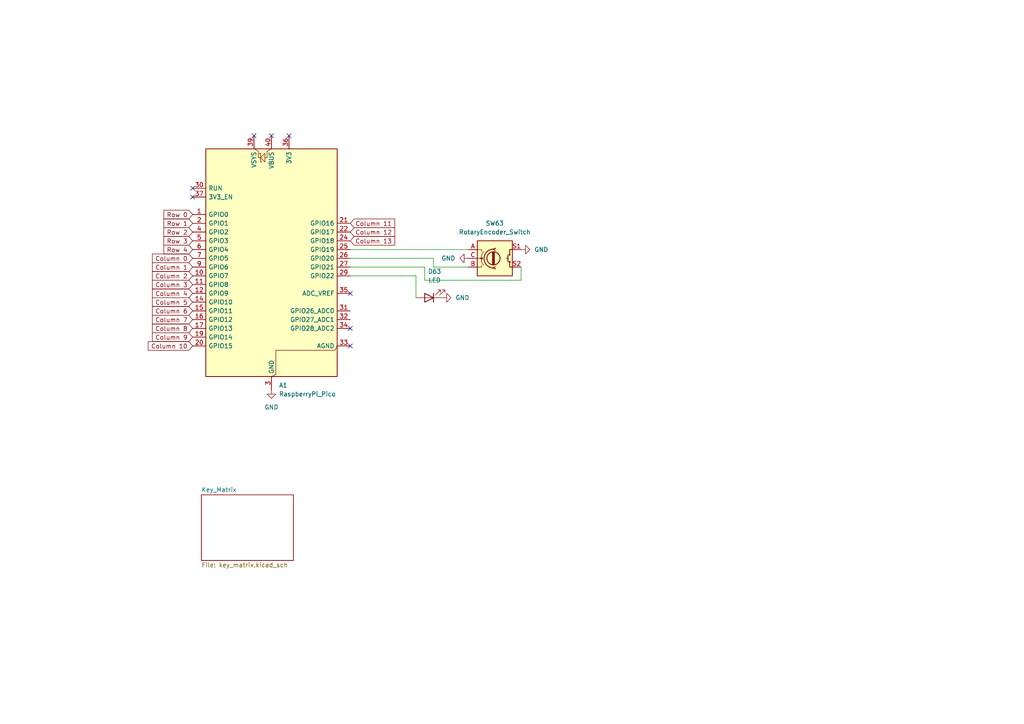
<source format=kicad_sch>
(kicad_sch (version 20250114) (generator "eeschema") (generator_version "9.0")
  (paper "A4")
  (lib_symbols
    (symbol "Device:LED" (pin_numbers (hide yes)) (pin_names (offset 1.016) (hide yes))
      (property "Reference" "D" (at 0 2.54 0))
      (property "Value" "LED" (at 0 -2.54 0))
      (symbol "LED_0_1"
        (polyline (pts (xy -3.048 -0.762) (xy -4.572 -2.286) (xy -3.81 -2.286) (xy -4.572 -2.286) (xy -4.572 -1.524)))
        (polyline (pts (xy -1.778 -0.762) (xy -3.302 -2.286) (xy -2.54 -2.286) (xy -3.302 -2.286) (xy -3.302 -1.524)))
        (polyline (pts (xy -1.27 0) (xy 1.27 0)))
        (polyline (pts (xy -1.27 -1.27) (xy -1.27 1.27)) (stroke (width 0.254)))
        (polyline (pts (xy 1.27 -1.27) (xy 1.27 1.27) (xy -1.27 0) (xy 1.27 -1.27)) (stroke (width 0.254)))
      )
      (symbol "LED_1_1"
        (pin passive line (at -3.81 0 0) (length 2.54) (name "K") (number "1"))
        (pin passive line (at 3.81 0 180) (length 2.54) (name "A") (number "2"))
      )
    )
    (symbol "Device:RotaryEncoder_Switch" (pin_names (offset 0.254) (hide yes))
      (property "Reference" "SW" (at 0 6.604 0))
      (property "Value" "RotaryEncoder_Switch" (at 0 -6.604 0))
      (symbol "RotaryEncoder_Switch_0_1"
        (rectangle (start -5.08 5.08) (end 5.08 -5.08) (stroke (width 0.254)) (fill (type background)))
        (polyline (pts (xy -5.08 2.54) (xy -3.81 2.54) (xy -3.81 2.032)))
        (polyline (pts (xy -5.08 0) (xy -3.81 0) (xy -3.81 -1.016) (xy -3.302 -2.032)))
        (polyline (pts (xy -5.08 -2.54) (xy -3.81 -2.54) (xy -3.81 -2.032)))
        (polyline (pts (xy -4.318 0) (xy -3.81 0) (xy -3.81 1.016) (xy -3.302 2.032)))
        (circle (center -3.81 0) (radius 0.254) (fill (type outline)))
        (polyline (pts (xy -0.635 -1.778) (xy -0.635 1.778)) (stroke (width 0.254)))
        (circle (center -0.381 0) (radius 1.905) (stroke (width 0.254)))
        (polyline (pts (xy -0.381 -1.778) (xy -0.381 1.778)) (stroke (width 0.254)))
        (arc (start -0.381 -2.794) (mid -3.0988 -0.0635) (end -0.381 2.667) (stroke (width 0.254)))
        (polyline (pts (xy -0.127 1.778) (xy -0.127 -1.778)) (stroke (width 0.254)))
        (polyline (pts (xy 0.254 2.921) (xy -0.508 2.667) (xy 0.127 2.286)) (stroke (width 0.254)))
        (polyline (pts (xy 0.254 -3.048) (xy -0.508 -2.794) (xy 0.127 -2.413)) (stroke (width 0.254)))
        (polyline (pts (xy 3.81 1.016) (xy 3.81 -1.016)) (stroke (width 0.254)))
        (polyline (pts (xy 3.81 0) (xy 3.429 0)) (stroke (width 0.254)))
        (circle (center 4.318 1.016) (radius 0.127) (stroke (width 0.254)))
        (circle (center 4.318 -1.016) (radius 0.127) (stroke (width 0.254)))
        (polyline (pts (xy 5.08 2.54) (xy 4.318 2.54) (xy 4.318 1.016)) (stroke (width 0.254)))
        (polyline (pts (xy 5.08 -2.54) (xy 4.318 -2.54) (xy 4.318 -1.016)) (stroke (width 0.254)))
      )
      (symbol "RotaryEncoder_Switch_1_1"
        (pin passive line (at -7.62 2.54 0) (length 2.54) (name "A") (number "A"))
        (pin passive line (at -7.62 0 0) (length 2.54) (name "C") (number "C"))
        (pin passive line (at -7.62 -2.54 0) (length 2.54) (name "B") (number "B"))
        (pin passive line (at 7.62 2.54 180) (length 2.54) (name "S1") (number "S1"))
        (pin passive line (at 7.62 -2.54 180) (length 2.54) (name "S2") (number "S2"))
      )
    )
    (symbol "MCU_Module:RaspberryPi_Pico" (pin_names (offset 0.762))
      (property "Reference" "A" (at -19.05 35.56 0))
      (property "Value" "RaspberryPi_Pico" (at 7.62 35.56 0))
      (symbol "RaspberryPi_Pico_0_1"
        (rectangle (start -19.05 34.29) (end 19.05 -31.75) (stroke (width 0.254)) (fill (type background)))
        (polyline (pts (xy -5.08 34.29) (xy -3.81 33.655) (xy -3.81 31.75) (xy -3.175 31.75)))
        (polyline (pts (xy -3.429 32.766) (xy -3.429 33.02) (xy -3.175 33.02) (xy -3.175 30.48) (xy -2.921 30.48) (xy -2.921 30.734)))
        (polyline (pts (xy -3.175 31.75) (xy -1.905 33.02) (xy -1.905 30.48) (xy -3.175 31.75)))
        (polyline (pts (xy 0 34.29) (xy -1.27 33.655) (xy -1.27 31.75) (xy -1.905 31.75)))
        (polyline (pts (xy 0 -31.75) (xy 1.27 -31.115) (xy 1.27 -24.13) (xy 18.415 -24.13) (xy 19.05 -22.86)))
      )
      (symbol "RaspberryPi_Pico_1_1"
        (pin passive line (at -22.86 22.86 0) (length 3.81) (name "RUN") (number "30"))
        (pin passive line (at -22.86 20.32 0) (length 3.81) (name "3V3_EN") (number "37"))
        (pin bidirectional line (at -22.86 15.24 0) (length 3.81) (name "GPIO0") (number "1"))
        (pin bidirectional line (at -22.86 12.7 0) (length 3.81) (name "GPIO1") (number "2"))
        (pin bidirectional line (at -22.86 10.16 0) (length 3.81) (name "GPIO2") (number "4"))
        (pin bidirectional line (at -22.86 7.62 0) (length 3.81) (name "GPIO3") (number "5"))
        (pin bidirectional line (at -22.86 5.08 0) (length 3.81) (name "GPIO4") (number "6"))
        (pin bidirectional line (at -22.86 2.54 0) (length 3.81) (name "GPIO5") (number "7"))
        (pin bidirectional line (at -22.86 0 0) (length 3.81) (name "GPIO6") (number "9"))
        (pin bidirectional line (at -22.86 -2.54 0) (length 3.81) (name "GPIO7") (number "10"))
        (pin bidirectional line (at -22.86 -5.08 0) (length 3.81) (name "GPIO8") (number "11"))
        (pin bidirectional line (at -22.86 -7.62 0) (length 3.81) (name "GPIO9") (number "12"))
        (pin bidirectional line (at -22.86 -10.16 0) (length 3.81) (name "GPIO10") (number "14"))
        (pin bidirectional line (at -22.86 -12.7 0) (length 3.81) (name "GPIO11") (number "15"))
        (pin bidirectional line (at -22.86 -15.24 0) (length 3.81) (name "GPIO12") (number "16"))
        (pin bidirectional line (at -22.86 -17.78 0) (length 3.81) (name "GPIO13") (number "17"))
        (pin bidirectional line (at -22.86 -20.32 0) (length 3.81) (name "GPIO14") (number "19"))
        (pin bidirectional line (at -22.86 -22.86 0) (length 3.81) (name "GPIO15") (number "20"))
        (pin power_in line (at -5.08 38.1 270) (length 3.81) (name "VSYS") (number "39"))
        (pin power_out line (at 0 38.1 270) (length 3.81) (name "VBUS") (number "40"))
        (pin passive line (at 0 -35.56 90) (length 3.81) (hide yes) (name "GND") (number "13"))
        (pin passive line (at 0 -35.56 90) (length 3.81) (hide yes) (name "GND") (number "18"))
        (pin passive line (at 0 -35.56 90) (length 3.81) (hide yes) (name "GND") (number "23"))
        (pin passive line (at 0 -35.56 90) (length 3.81) (hide yes) (name "GND") (number "28"))
        (pin power_out line (at 0 -35.56 90) (length 3.81) (name "GND") (number "3"))
        (pin passive line (at 0 -35.56 90) (length 3.81) (hide yes) (name "GND") (number "38"))
        (pin passive line (at 0 -35.56 90) (length 3.81) (hide yes) (name "GND") (number "8"))
        (pin power_out line (at 5.08 38.1 270) (length 3.81) (name "3V3") (number "36"))
        (pin bidirectional line (at 22.86 12.7 180) (length 3.81) (name "GPIO16") (number "21"))
        (pin bidirectional line (at 22.86 10.16 180) (length 3.81) (name "GPIO17") (number "22"))
        (pin bidirectional line (at 22.86 7.62 180) (length 3.81) (name "GPIO18") (number "24"))
        (pin bidirectional line (at 22.86 5.08 180) (length 3.81) (name "GPIO19") (number "25"))
        (pin bidirectional line (at 22.86 2.54 180) (length 3.81) (name "GPIO20") (number "26"))
        (pin bidirectional line (at 22.86 0 180) (length 3.81) (name "GPIO21") (number "27"))
        (pin bidirectional line (at 22.86 -2.54 180) (length 3.81) (name "GPIO22") (number "29"))
        (pin power_in line (at 22.86 -7.62 180) (length 3.81) (name "ADC_VREF") (number "35"))
        (pin bidirectional line (at 22.86 -12.7 180) (length 3.81) (name "GPIO26_ADC0") (number "31"))
        (pin bidirectional line (at 22.86 -15.24 180) (length 3.81) (name "GPIO27_ADC1") (number "32"))
        (pin bidirectional line (at 22.86 -17.78 180) (length 3.81) (name "GPIO28_ADC2") (number "34"))
        (pin power_out line (at 22.86 -22.86 180) (length 3.81) (name "AGND") (number "33"))
      )
    )
    (symbol "power:GND" (power) (pin_numbers (hide yes)) (pin_names (offset 0) (hide yes))
      (property "Value" "GND" (at 0 -3.81 0))
      (symbol "GND_0_1"
        (polyline (pts (xy 0 0) (xy 0 -1.27) (xy 1.27 -1.27) (xy 0 -2.54) (xy -1.27 -1.27) (xy 0 -1.27)))
      )
      (symbol "GND_1_1"
        (pin power_in line (at 0 0 270) (length 0) (name "~") (number "1"))
      )
    )
  )
  (no_connect (at 101.6 85.09))
  (no_connect (at 55.88 54.61))
  (no_connect (at 73.66 39.37))
  (no_connect (at 78.74 39.37))
  (no_connect (at 101.6 95.25))
  (no_connect (at 83.82 39.37))
  (no_connect (at 101.6 100.33))
  (no_connect (at 55.88 57.15))
  (wire (pts (xy 101.6 74.93) (xy 125.73 74.93)))
  (wire (pts (xy 123.19 77.47) (xy 101.6 77.47)))
  (wire (pts (xy 120.65 80.01) (xy 120.65 86.36)))
  (wire (pts (xy 151.13 77.47) (xy 151.13 81.28)))
  (wire (pts (xy 123.19 81.28) (xy 123.19 77.47)))
  (wire (pts (xy 101.6 80.01) (xy 120.65 80.01)))
  (wire (pts (xy 125.73 74.93) (xy 125.73 77.47)))
  (wire (pts (xy 101.6 72.39) (xy 135.89 72.39)))
  (wire (pts (xy 151.13 81.28) (xy 123.19 81.28)))
  (wire (pts (xy 125.73 77.47) (xy 135.89 77.47)))
  (global_label "Row 2" (shape input) (at 55.88 67.31 180) (property "Intersheetrefs" "${INTERSHEET_REFS}" (effects (hide yes))))
  (global_label "Column 2" (shape input) (at 55.88 80.01 180) (property "Intersheetrefs" "${INTERSHEET_REFS}" (effects (hide yes))))
  (global_label "Row 4" (shape input) (at 55.88 72.39 180) (property "Intersheetrefs" "${INTERSHEET_REFS}" (effects (hide yes))))
  (global_label "Column 8" (shape input) (at 55.88 95.25 180) (property "Intersheetrefs" "${INTERSHEET_REFS}" (effects (hide yes))))
  (global_label "Column 1" (shape input) (at 55.88 77.47 180) (property "Intersheetrefs" "${INTERSHEET_REFS}" (effects (hide yes))))
  (global_label "Column 11" (shape input) (at 101.6 64.77 0) (property "Intersheetrefs" "${INTERSHEET_REFS}" (effects (hide yes))))
  (global_label "Row 1" (shape input) (at 55.88 64.77 180) (property "Intersheetrefs" "${INTERSHEET_REFS}" (effects (hide yes))))
  (global_label "Column 13" (shape input) (at 101.6 69.85 0) (property "Intersheetrefs" "${INTERSHEET_REFS}" (effects (hide yes))))
  (global_label "Column 0" (shape input) (at 55.88 74.93 180) (property "Intersheetrefs" "${INTERSHEET_REFS}" (effects (hide yes))))
  (global_label "Row 3" (shape input) (at 55.88 69.85 180) (property "Intersheetrefs" "${INTERSHEET_REFS}" (effects (hide yes))))
  (global_label "Column 7" (shape input) (at 55.88 92.71 180) (property "Intersheetrefs" "${INTERSHEET_REFS}" (effects (hide yes))))
  (global_label "Column 10" (shape input) (at 55.88 100.33 180) (property "Intersheetrefs" "${INTERSHEET_REFS}" (effects (hide yes))))
  (global_label "Column 5" (shape input) (at 55.88 87.63 180) (property "Intersheetrefs" "${INTERSHEET_REFS}" (effects (hide yes))))
  (global_label "Column 12" (shape input) (at 101.6 67.31 0) (property "Intersheetrefs" "${INTERSHEET_REFS}" (effects (hide yes))))
  (global_label "Row 0" (shape input) (at 55.88 62.23 180) (property "Intersheetrefs" "${INTERSHEET_REFS}" (effects (hide yes))))
  (global_label "Column 6" (shape input) (at 55.88 90.17 180) (property "Intersheetrefs" "${INTERSHEET_REFS}" (effects (hide yes))))
  (global_label "Column 9" (shape input) (at 55.88 97.79 180) (property "Intersheetrefs" "${INTERSHEET_REFS}" (effects (hide yes))))
  (global_label "Column 3" (shape input) (at 55.88 82.55 180) (property "Intersheetrefs" "${INTERSHEET_REFS}" (effects (hide yes))))
  (global_label "Column 4" (shape input) (at 55.88 85.09 180) (property "Intersheetrefs" "${INTERSHEET_REFS}" (effects (hide yes))))
  (symbol (lib_id "MCU_Module:RaspberryPi_Pico") (at 78.74 77.47 0) (unit 1)
    (property "Reference" "A1" (at 80.8833 111.76 0) (effects (justify left)))
    (property "Value" "RaspberryPi_Pico" (at 80.8833 114.3 0) (effects (justify left)))
    (property "Footprint" "Module:RaspberryPi_Pico_Common_Unspecified" (effects (hide yes)))
    (property "Datasheet" "https://datasheets.raspberrypi.com/pico/pico-datasheet.pdf" (effects (hide yes)))
    (property "Description" "Versatile and inexpensive microcontroller module powered by RP2040 dual-core Arm Cortex-M0+ processor up to 133 MHz, 264kB SRAM, 2MB QSPI flash; also supports Raspberry Pi Pico 2" (effects (hide yes)))
  )
  (symbol (lib_id "power:GND") (at 78.74 113.03 0) (unit 1)
    (property "Reference" "#PWR01" (effects (hide yes)))
    (property "Value" "GND" (at 78.74 118.11 0))
    (property "Description" "Power symbol creates a global label with name \"GND\" , ground" (effects (hide yes)))
  )
  (symbol (lib_id "power:GND") (at 151.13 72.39 90) (unit 1)
    (property "Reference" "#PWR04" (effects (hide yes)))
    (property "Value" "GND" (at 154.94 72.3899 90) (effects (justify right)))
    (property "Description" "Power symbol creates a global label with name \"GND\" , ground" (effects (hide yes)))
  )
  (symbol (lib_id "power:GND") (at 128.27 86.36 90) (unit 1)
    (property "Reference" "#PWR05" (effects (hide yes)))
    (property "Value" "GND" (at 132.08 86.3599 90) (effects (justify right)))
    (property "Description" "Power symbol creates a global label with name \"GND\" , ground" (effects (hide yes)))
  )
  (symbol (lib_id "Device:RotaryEncoder_Switch") (at 143.51 74.93 0) (unit 1)
    (property "Reference" "SW63" (at 143.51 64.77 0))
    (property "Value" "RotaryEncoder_Switch" (at 143.51 67.31 0))
    (property "Footprint" "Rotary_Encoder:RotaryEncoder_Alps_EC11E-Switch_Vertical_H20mm" (effects (hide yes)))
    (property "Description" "Rotary encoder, dual channel, incremental quadrate outputs, with switch" (effects (hide yes)))
  )
  (symbol (lib_id "Device:LED") (at 124.46 86.36 180) (unit 1)
    (property "Reference" "D63" (at 126.0475 78.74 0))
    (property "Value" "LED" (at 126.0475 81.28 0))
    (property "Footprint" "LED_THT:LED_D5.0mm" (effects (hide yes)))
    (property "Description" "Light emitting diode" (effects (hide yes)))
    (property "Sim.Pins" "1=K 2=A" (effects (hide yes)))
  )
  (symbol (lib_id "power:GND") (at 135.89 74.93 270) (unit 1)
    (property "Reference" "#PWR03" (effects (hide yes)))
    (property "Value" "GND" (at 132.08 74.9299 90) (effects (justify right)))
    (property "Description" "Power symbol creates a global label with name \"GND\" , ground" (effects (hide yes)))
  )
  (sheet (at 58.42 143.51) (size 26.67 19.05) (stroke (width 0.1524))
    (property "Sheetname" "Key_Matrix" (at 58.42 142.7984 0) (effects (justify left bottom)))
    (property "Sheetfile" "key_matrix.kicad_sch" (at 58.42 163.1446 0) (effects (justify left top)))
  )
)
</source>
